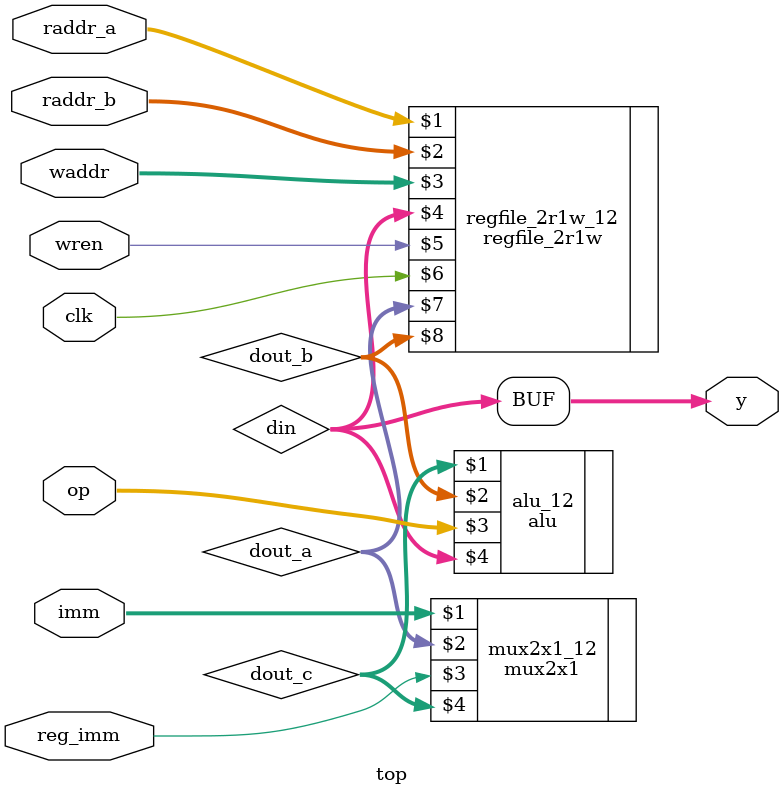
<source format=v>
module top (
	input [3:0] imm,
	input [1:0] raddr_a,
	input [1:0] raddr_b,
	input [1:0] waddr,
	input wren,
	input reg_imm,
	input [1:0] op,
	input clk,
	output [3:0] y
	);
	
	wire [3:0] din;
	wire [3:0] dout_a;
	wire [3:0] dout_b;
	wire [3:0] dout_c;

	regfile_2r1w regfile_2r1w_12( raddr_a, raddr_b, waddr, din, wren, clk, dout_a, dout_b);
	mux2x1 mux2x1_12(imm, dout_a, reg_imm, dout_c);
	alu alu_12(dout_c, dout_b, op, din);
	
	assign y = din;
	
endmodule
</source>
